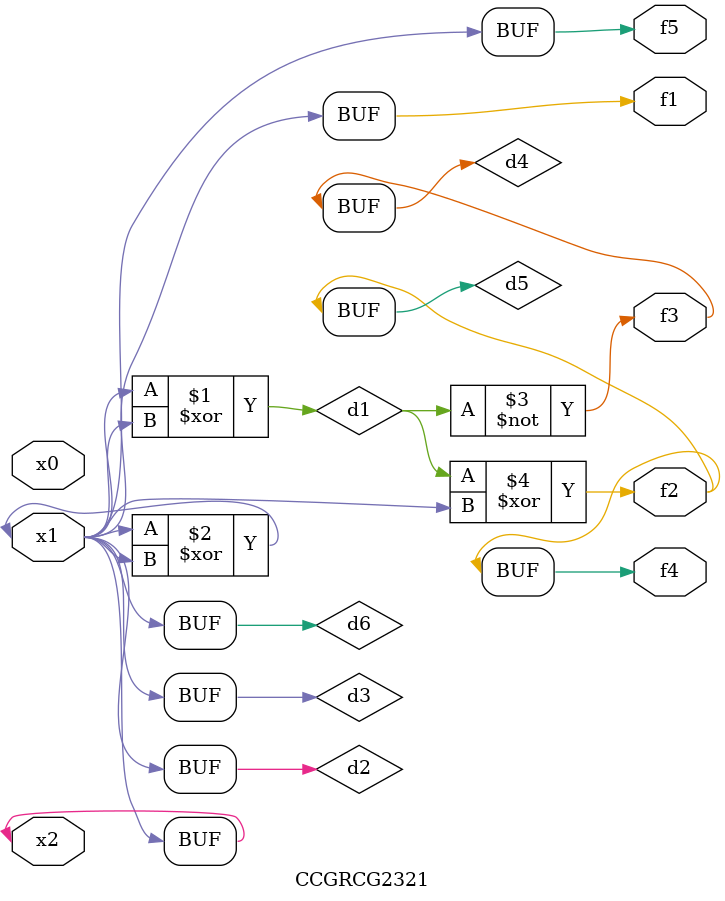
<source format=v>
module CCGRCG2321(
	input x0, x1, x2,
	output f1, f2, f3, f4, f5
);

	wire d1, d2, d3, d4, d5, d6;

	xor (d1, x1, x2);
	buf (d2, x1, x2);
	xor (d3, x1, x2);
	nor (d4, d1);
	xor (d5, d1, d2);
	buf (d6, d2, d3);
	assign f1 = d6;
	assign f2 = d5;
	assign f3 = d4;
	assign f4 = d5;
	assign f5 = d6;
endmodule

</source>
